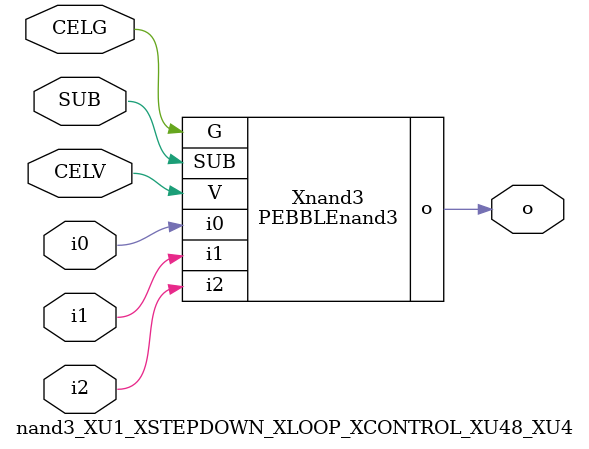
<source format=v>



module PEBBLEnand3 ( o, G, SUB, V, i0, i1, i2 );

  input i0;
  input V;
  input i2;
  input i1;
  input G;
  output o;
  input SUB;
endmodule

//Celera Confidential Do Not Copy nand3_XU1_XSTEPDOWN_XLOOP_XCONTROL_XU48_XU4
//Celera Confidential Symbol Generator
//5V Inverter
module nand3_XU1_XSTEPDOWN_XLOOP_XCONTROL_XU48_XU4 (CELV,CELG,i0,i1,i2,o,SUB);
input CELV;
input CELG;
input i0;
input i1;
input i2;
input SUB;
output o;

//Celera Confidential Do Not Copy nand3
PEBBLEnand3 Xnand3(
.V (CELV),
.i0 (i0),
.i1 (i1),
.i2 (i2),
.o (o),
.SUB (SUB),
.G (CELG)
);
//,diesize,PEBBLEnand3

//Celera Confidential Do Not Copy Module End
//Celera Schematic Generator
endmodule

</source>
